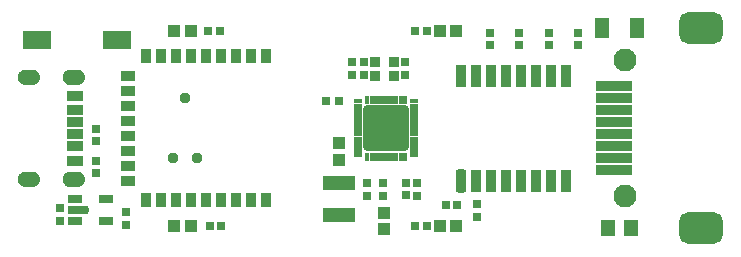
<source format=gts>
G04*
G04 #@! TF.GenerationSoftware,Altium Limited,Altium Designer,21.6.4 (81)*
G04*
G04 Layer_Color=8388736*
%FSLAX44Y44*%
%MOMM*%
G71*
G04*
G04 #@! TF.SameCoordinates,036B5A74-53F7-47AD-A214-E4BF2A679DD1*
G04*
G04*
G04 #@! TF.FilePolarity,Negative*
G04*
G01*
G75*
%ADD16R,3.1500X0.8500*%
G04:AMPARAMS|DCode=17|XSize=3.65mm|YSize=2.65mm|CornerRadius=0.7mm|HoleSize=0mm|Usage=FLASHONLY|Rotation=0.000|XOffset=0mm|YOffset=0mm|HoleType=Round|Shape=RoundedRectangle|*
%AMROUNDEDRECTD17*
21,1,3.6500,1.2500,0,0,0.0*
21,1,2.2500,2.6500,0,0,0.0*
1,1,1.4000,1.1250,-0.6250*
1,1,1.4000,-1.1250,-0.6250*
1,1,1.4000,-1.1250,0.6250*
1,1,1.4000,1.1250,0.6250*
%
%ADD17ROUNDEDRECTD17*%
%ADD18R,0.7500X0.7500*%
%ADD19R,1.1500X1.4000*%
%ADD20R,1.0000X1.0000*%
%ADD21R,0.9120X1.9661*%
G04:AMPARAMS|DCode=22|XSize=1.9661mm|YSize=0.912mm|CornerRadius=0.2655mm|HoleSize=0mm|Usage=FLASHONLY|Rotation=90.000|XOffset=0mm|YOffset=0mm|HoleType=Round|Shape=RoundedRectangle|*
%AMROUNDEDRECTD22*
21,1,1.9661,0.3810,0,0,90.0*
21,1,1.4351,0.9120,0,0,90.0*
1,1,0.5310,0.1905,0.7176*
1,1,0.5310,0.1905,-0.7176*
1,1,0.5310,-0.1905,-0.7176*
1,1,0.5310,-0.1905,0.7176*
%
%ADD22ROUNDEDRECTD22*%
%ADD23R,1.0000X1.0000*%
%ADD24R,2.4500X1.6500*%
%ADD25R,1.2500X0.7500*%
%ADD26R,1.3500X0.9500*%
%ADD27R,1.3500X0.9100*%
%ADD28R,1.3500X0.8500*%
%ADD29R,0.7500X0.7500*%
%ADD30R,1.1500X0.9500*%
%ADD31R,0.9500X1.1500*%
%ADD32R,2.7500X1.2500*%
%ADD33R,0.8500X0.8500*%
%ADD34R,0.7500X0.3500*%
%ADD35R,0.3500X0.7500*%
G04:AMPARAMS|DCode=36|XSize=3.85mm|YSize=3.85mm|CornerRadius=0.26mm|HoleSize=0mm|Usage=FLASHONLY|Rotation=180.000|XOffset=0mm|YOffset=0mm|HoleType=Round|Shape=RoundedRectangle|*
%AMROUNDEDRECTD36*
21,1,3.8500,3.3300,0,0,180.0*
21,1,3.3300,3.8500,0,0,180.0*
1,1,0.5200,-1.6650,1.6650*
1,1,0.5200,1.6650,1.6650*
1,1,0.5200,1.6650,-1.6650*
1,1,0.5200,-1.6650,-1.6650*
%
%ADD36ROUNDEDRECTD36*%
%ADD37R,1.1500X1.7500*%
%ADD38C,1.9500*%
%ADD39C,1.1500*%
%ADD40C,0.9500*%
%ADD41C,0.7500*%
G36*
X19490Y48960D02*
X19460Y48620D01*
X19420Y48280D01*
X19360Y47950D01*
X19280Y47620D01*
X19180Y47290D01*
X19070Y46970D01*
X18940Y46660D01*
X18790Y46350D01*
X18630Y46050D01*
X18450Y45760D01*
X18260Y45480D01*
X18050Y45210D01*
X17830Y44950D01*
X17600Y44700D01*
X17350Y44470D01*
X17090Y44250D01*
X16820Y44040D01*
X16540Y43850D01*
X16250Y43670D01*
X15950Y43510D01*
X15640Y43360D01*
X15330Y43230D01*
X15010Y43120D01*
X14680Y43020D01*
X14350Y42940D01*
X14020Y42880D01*
X13680Y42840D01*
X13340Y42810D01*
X13000Y42800D01*
X7000D01*
X6660Y42810D01*
X6320Y42840D01*
X5980Y42880D01*
X5650Y42940D01*
X5320Y43020D01*
X4990Y43120D01*
X4670Y43230D01*
X4360Y43360D01*
X4050Y43510D01*
X3750Y43670D01*
X3460Y43850D01*
X3180Y44040D01*
X2910Y44250D01*
X2650Y44470D01*
X2400Y44700D01*
X2170Y44950D01*
X1950Y45210D01*
X1740Y45480D01*
X1550Y45760D01*
X1370Y46050D01*
X1210Y46350D01*
X1060Y46660D01*
X930Y46970D01*
X820Y47290D01*
X720Y47620D01*
X640Y47950D01*
X580Y48280D01*
X540Y48620D01*
X510Y48960D01*
X500Y49300D01*
X510Y49640D01*
X540Y49980D01*
X580Y50320D01*
X640Y50650D01*
X720Y50980D01*
X820Y51310D01*
X930Y51630D01*
X1060Y51940D01*
X1210Y52250D01*
X1370Y52550D01*
X1550Y52840D01*
X1740Y53120D01*
X1950Y53390D01*
X2170Y53650D01*
X2400Y53900D01*
X2650Y54130D01*
X2910Y54350D01*
X3180Y54560D01*
X3460Y54750D01*
X3750Y54930D01*
X4050Y55090D01*
X4360Y55240D01*
X4670Y55370D01*
X4990Y55480D01*
X5320Y55580D01*
X5650Y55660D01*
X5980Y55720D01*
X6320Y55760D01*
X6660Y55790D01*
X7000Y55800D01*
X13000D01*
X13340Y55790D01*
X13680Y55760D01*
X14020Y55720D01*
X14350Y55660D01*
X14680Y55580D01*
X15010Y55480D01*
X15330Y55370D01*
X15640Y55240D01*
X15950Y55090D01*
X16250Y54930D01*
X16540Y54750D01*
X16820Y54560D01*
X17090Y54350D01*
X17350Y54130D01*
X17600Y53900D01*
X17830Y53650D01*
X18050Y53390D01*
X18260Y53120D01*
X18450Y52840D01*
X18630Y52550D01*
X18790Y52250D01*
X18940Y51940D01*
X19070Y51630D01*
X19180Y51310D01*
X19280Y50980D01*
X19360Y50650D01*
X19420Y50320D01*
X19460Y49980D01*
X19490Y49640D01*
X19500Y49300D01*
X19490Y48960D01*
D02*
G37*
G36*
X57490D02*
X57460Y48620D01*
X57420Y48280D01*
X57360Y47950D01*
X57280Y47620D01*
X57180Y47290D01*
X57070Y46970D01*
X56940Y46660D01*
X56790Y46350D01*
X56630Y46050D01*
X56450Y45760D01*
X56260Y45480D01*
X56050Y45210D01*
X55830Y44950D01*
X55600Y44700D01*
X55350Y44470D01*
X55090Y44250D01*
X54820Y44040D01*
X54540Y43850D01*
X54250Y43670D01*
X53950Y43510D01*
X53640Y43360D01*
X53330Y43230D01*
X53010Y43120D01*
X52680Y43020D01*
X52350Y42940D01*
X52020Y42880D01*
X51680Y42840D01*
X51340Y42810D01*
X51000Y42800D01*
X45000D01*
X44660Y42810D01*
X44320Y42840D01*
X43980Y42880D01*
X43650Y42940D01*
X43320Y43020D01*
X42990Y43120D01*
X42670Y43230D01*
X42360Y43360D01*
X42050Y43510D01*
X41750Y43670D01*
X41460Y43850D01*
X41180Y44040D01*
X40910Y44250D01*
X40650Y44470D01*
X40400Y44700D01*
X40170Y44950D01*
X39950Y45210D01*
X39740Y45480D01*
X39550Y45760D01*
X39370Y46050D01*
X39210Y46350D01*
X39060Y46660D01*
X38930Y46970D01*
X38820Y47290D01*
X38720Y47620D01*
X38640Y47950D01*
X38580Y48280D01*
X38540Y48620D01*
X38510Y48960D01*
X38500Y49300D01*
X38510Y49640D01*
X38540Y49980D01*
X38580Y50320D01*
X38640Y50650D01*
X38720Y50980D01*
X38820Y51310D01*
X38930Y51630D01*
X39060Y51940D01*
X39210Y52250D01*
X39370Y52550D01*
X39550Y52840D01*
X39740Y53120D01*
X39950Y53390D01*
X40170Y53650D01*
X40400Y53900D01*
X40650Y54130D01*
X40910Y54350D01*
X41180Y54560D01*
X41460Y54750D01*
X41750Y54930D01*
X42050Y55090D01*
X42360Y55240D01*
X42670Y55370D01*
X42990Y55480D01*
X43320Y55580D01*
X43650Y55660D01*
X43980Y55720D01*
X44320Y55760D01*
X44660Y55790D01*
X45000Y55800D01*
X51000D01*
X51340Y55790D01*
X51680Y55760D01*
X52020Y55720D01*
X52350Y55660D01*
X52680Y55580D01*
X53010Y55480D01*
X53330Y55370D01*
X53640Y55240D01*
X53950Y55090D01*
X54250Y54930D01*
X54540Y54750D01*
X54820Y54560D01*
X55090Y54350D01*
X55350Y54130D01*
X55600Y53900D01*
X55830Y53650D01*
X56050Y53390D01*
X56260Y53120D01*
X56450Y52840D01*
X56630Y52550D01*
X56790Y52250D01*
X56940Y51940D01*
X57070Y51630D01*
X57180Y51310D01*
X57280Y50980D01*
X57360Y50650D01*
X57420Y50320D01*
X57460Y49980D01*
X57490Y49640D01*
X57500Y49300D01*
X57490Y48960D01*
D02*
G37*
G36*
X19490Y135360D02*
X19460Y135020D01*
X19420Y134680D01*
X19360Y134350D01*
X19280Y134020D01*
X19180Y133690D01*
X19070Y133370D01*
X18940Y133060D01*
X18790Y132750D01*
X18630Y132450D01*
X18450Y132160D01*
X18260Y131880D01*
X18050Y131610D01*
X17830Y131350D01*
X17600Y131100D01*
X17350Y130870D01*
X17090Y130650D01*
X16820Y130440D01*
X16540Y130250D01*
X16250Y130070D01*
X15950Y129910D01*
X15640Y129760D01*
X15330Y129630D01*
X15010Y129520D01*
X14680Y129420D01*
X14350Y129340D01*
X14020Y129280D01*
X13680Y129240D01*
X13340Y129210D01*
X13000Y129200D01*
X7000D01*
X6660Y129210D01*
X6320Y129240D01*
X5980Y129280D01*
X5650Y129340D01*
X5320Y129420D01*
X4990Y129520D01*
X4670Y129630D01*
X4360Y129760D01*
X4050Y129910D01*
X3750Y130070D01*
X3460Y130250D01*
X3180Y130440D01*
X2910Y130650D01*
X2650Y130870D01*
X2400Y131100D01*
X2170Y131350D01*
X1950Y131610D01*
X1740Y131880D01*
X1550Y132160D01*
X1370Y132450D01*
X1210Y132750D01*
X1060Y133060D01*
X930Y133370D01*
X820Y133690D01*
X720Y134020D01*
X640Y134350D01*
X580Y134680D01*
X540Y135020D01*
X510Y135360D01*
X500Y135700D01*
X510Y136040D01*
X540Y136380D01*
X580Y136720D01*
X640Y137050D01*
X720Y137380D01*
X820Y137710D01*
X930Y138030D01*
X1060Y138340D01*
X1210Y138650D01*
X1370Y138950D01*
X1550Y139240D01*
X1740Y139520D01*
X1950Y139790D01*
X2170Y140050D01*
X2400Y140300D01*
X2650Y140530D01*
X2910Y140750D01*
X3180Y140960D01*
X3460Y141150D01*
X3750Y141330D01*
X4050Y141490D01*
X4360Y141640D01*
X4670Y141770D01*
X4990Y141880D01*
X5320Y141980D01*
X5650Y142060D01*
X5980Y142120D01*
X6320Y142160D01*
X6660Y142190D01*
X7000Y142200D01*
X13000D01*
X13340Y142190D01*
X13680Y142160D01*
X14020Y142120D01*
X14350Y142060D01*
X14680Y141980D01*
X15010Y141880D01*
X15330Y141770D01*
X15640Y141640D01*
X15950Y141490D01*
X16250Y141330D01*
X16540Y141150D01*
X16820Y140960D01*
X17090Y140750D01*
X17350Y140530D01*
X17600Y140300D01*
X17830Y140050D01*
X18050Y139790D01*
X18260Y139520D01*
X18450Y139240D01*
X18630Y138950D01*
X18790Y138650D01*
X18940Y138340D01*
X19070Y138030D01*
X19180Y137710D01*
X19280Y137380D01*
X19360Y137050D01*
X19420Y136720D01*
X19460Y136380D01*
X19490Y136040D01*
X19500Y135700D01*
X19490Y135360D01*
D02*
G37*
G36*
X57490D02*
X57460Y135020D01*
X57420Y134680D01*
X57360Y134350D01*
X57280Y134020D01*
X57180Y133690D01*
X57070Y133370D01*
X56940Y133060D01*
X56790Y132750D01*
X56630Y132450D01*
X56450Y132160D01*
X56260Y131880D01*
X56050Y131610D01*
X55830Y131350D01*
X55600Y131100D01*
X55350Y130870D01*
X55090Y130650D01*
X54820Y130440D01*
X54540Y130250D01*
X54250Y130070D01*
X53950Y129910D01*
X53640Y129760D01*
X53330Y129630D01*
X53010Y129520D01*
X52680Y129420D01*
X52350Y129340D01*
X52020Y129280D01*
X51680Y129240D01*
X51340Y129210D01*
X51000Y129200D01*
X45000D01*
X44660Y129210D01*
X44320Y129240D01*
X43980Y129280D01*
X43650Y129340D01*
X43320Y129420D01*
X42990Y129520D01*
X42670Y129630D01*
X42360Y129760D01*
X42050Y129910D01*
X41750Y130070D01*
X41460Y130250D01*
X41180Y130440D01*
X40910Y130650D01*
X40650Y130870D01*
X40400Y131100D01*
X40170Y131350D01*
X39950Y131610D01*
X39740Y131880D01*
X39550Y132160D01*
X39370Y132450D01*
X39210Y132750D01*
X39060Y133060D01*
X38930Y133370D01*
X38820Y133690D01*
X38720Y134020D01*
X38640Y134350D01*
X38580Y134680D01*
X38540Y135020D01*
X38510Y135360D01*
X38500Y135700D01*
X38510Y136040D01*
X38540Y136380D01*
X38580Y136720D01*
X38640Y137050D01*
X38720Y137380D01*
X38820Y137710D01*
X38930Y138030D01*
X39060Y138340D01*
X39210Y138650D01*
X39370Y138950D01*
X39550Y139240D01*
X39740Y139520D01*
X39950Y139790D01*
X40170Y140050D01*
X40400Y140300D01*
X40650Y140530D01*
X40910Y140750D01*
X41180Y140960D01*
X41460Y141150D01*
X41750Y141330D01*
X42050Y141490D01*
X42360Y141640D01*
X42670Y141770D01*
X42990Y141880D01*
X43320Y141980D01*
X43650Y142060D01*
X43980Y142120D01*
X44320Y142160D01*
X44660Y142190D01*
X45000Y142200D01*
X51000D01*
X51340Y142190D01*
X51680Y142160D01*
X52020Y142120D01*
X52350Y142060D01*
X52680Y141980D01*
X53010Y141880D01*
X53330Y141770D01*
X53640Y141640D01*
X53950Y141490D01*
X54250Y141330D01*
X54540Y141150D01*
X54820Y140960D01*
X55090Y140750D01*
X55350Y140530D01*
X55600Y140300D01*
X55830Y140050D01*
X56050Y139790D01*
X56260Y139520D01*
X56450Y139240D01*
X56630Y138950D01*
X56790Y138650D01*
X56940Y138340D01*
X57070Y138030D01*
X57180Y137710D01*
X57280Y137380D01*
X57360Y137050D01*
X57420Y136720D01*
X57460Y136380D01*
X57490Y136040D01*
X57500Y135700D01*
X57490Y135360D01*
D02*
G37*
D16*
X505000Y56800D02*
D03*
Y67000D02*
D03*
Y77200D02*
D03*
Y87400D02*
D03*
Y97600D02*
D03*
Y107800D02*
D03*
Y118000D02*
D03*
Y128200D02*
D03*
D17*
X579000Y8000D02*
D03*
Y177000D02*
D03*
D18*
X450000Y163000D02*
D03*
X475000D02*
D03*
X67000Y82000D02*
D03*
Y92000D02*
D03*
X92000Y10500D02*
D03*
Y21500D02*
D03*
X67000Y55000D02*
D03*
Y65000D02*
D03*
X329000Y46000D02*
D03*
Y36000D02*
D03*
X339000Y46500D02*
D03*
Y35500D02*
D03*
X389000Y17500D02*
D03*
Y28500D02*
D03*
X283500Y148500D02*
D03*
Y137500D02*
D03*
X293750Y148500D02*
D03*
Y137500D02*
D03*
X328500D02*
D03*
Y148500D02*
D03*
X296000Y46500D02*
D03*
Y35500D02*
D03*
X309500D02*
D03*
Y46500D02*
D03*
X475000Y173000D02*
D03*
X450000D02*
D03*
X400000D02*
D03*
Y163000D02*
D03*
X425000Y173000D02*
D03*
Y163000D02*
D03*
X36250Y24750D02*
D03*
Y13750D02*
D03*
D19*
X520000Y8000D02*
D03*
X500000D02*
D03*
D20*
X133000Y10000D02*
D03*
X147000D02*
D03*
X133000Y175000D02*
D03*
X147000D02*
D03*
X372000D02*
D03*
X358000D02*
D03*
Y10000D02*
D03*
X372000D02*
D03*
D21*
X375550Y137141D02*
D03*
X388250D02*
D03*
X400950D02*
D03*
X413650D02*
D03*
X426350D02*
D03*
X439050D02*
D03*
X451750D02*
D03*
X464450D02*
D03*
Y47860D02*
D03*
X451750D02*
D03*
X439050D02*
D03*
X426350D02*
D03*
X413650D02*
D03*
X400950D02*
D03*
X388250D02*
D03*
D22*
X375550D02*
D03*
D23*
X310806Y7000D02*
D03*
Y21000D02*
D03*
X272617Y66021D02*
D03*
Y80021D02*
D03*
D24*
X85000Y167000D02*
D03*
X17000D02*
D03*
D25*
X49000Y33000D02*
D03*
Y23500D02*
D03*
Y14000D02*
D03*
X75000D02*
D03*
Y33000D02*
D03*
D26*
X48800Y120000D02*
D03*
Y65000D02*
D03*
D27*
Y107700D02*
D03*
Y77300D02*
D03*
D28*
Y97500D02*
D03*
Y87500D02*
D03*
D29*
X337000Y175000D02*
D03*
X347000D02*
D03*
X337000Y10000D02*
D03*
X347000D02*
D03*
X172000Y175000D02*
D03*
X162000D02*
D03*
X173000Y10000D02*
D03*
X163000D02*
D03*
X272500Y115250D02*
D03*
X261500D02*
D03*
X372750Y27250D02*
D03*
X362750D02*
D03*
D30*
X94000Y48050D02*
D03*
Y86150D02*
D03*
Y136950D02*
D03*
Y60750D02*
D03*
Y73450D02*
D03*
Y124250D02*
D03*
Y98850D02*
D03*
Y111550D02*
D03*
D31*
X198100Y31500D02*
D03*
X210800D02*
D03*
X185400D02*
D03*
Y153500D02*
D03*
X210800D02*
D03*
X198100D02*
D03*
X109200Y31500D02*
D03*
Y153500D02*
D03*
X134600D02*
D03*
X121900D02*
D03*
X160000D02*
D03*
X172700D02*
D03*
X147300D02*
D03*
Y31500D02*
D03*
X172700D02*
D03*
X160000D02*
D03*
X121900D02*
D03*
X134600D02*
D03*
D32*
X272750Y46250D02*
D03*
Y19250D02*
D03*
D33*
X303200Y149000D02*
D03*
Y137000D02*
D03*
X319200D02*
D03*
Y149000D02*
D03*
D34*
X336400Y115250D02*
D03*
Y111750D02*
D03*
Y108250D02*
D03*
Y104750D02*
D03*
Y101250D02*
D03*
Y97750D02*
D03*
Y94250D02*
D03*
Y90750D02*
D03*
Y69750D02*
D03*
Y73250D02*
D03*
Y76750D02*
D03*
Y80250D02*
D03*
Y83750D02*
D03*
Y87250D02*
D03*
X288400Y115250D02*
D03*
Y111750D02*
D03*
Y108250D02*
D03*
Y104750D02*
D03*
Y101250D02*
D03*
Y97750D02*
D03*
Y94250D02*
D03*
Y90750D02*
D03*
Y69750D02*
D03*
Y73250D02*
D03*
Y76750D02*
D03*
Y80250D02*
D03*
Y83750D02*
D03*
Y87250D02*
D03*
D35*
X328150Y116500D02*
D03*
X324650D02*
D03*
X321150D02*
D03*
X317650D02*
D03*
X296650D02*
D03*
X300150D02*
D03*
X303650D02*
D03*
X307150D02*
D03*
X310650D02*
D03*
X314150D02*
D03*
X328150Y68500D02*
D03*
X324650D02*
D03*
X321150D02*
D03*
X317650D02*
D03*
X296650D02*
D03*
X300150D02*
D03*
X303650D02*
D03*
X307150D02*
D03*
X310650D02*
D03*
X314150D02*
D03*
D36*
X312400Y92500D02*
D03*
D37*
X495000Y177000D02*
D03*
X525000D02*
D03*
D38*
X515000Y35000D02*
D03*
Y150000D02*
D03*
D39*
X583000Y5750D02*
D03*
Y179250D02*
D03*
D40*
X142350Y118400D02*
D03*
X152510Y67600D02*
D03*
X132190D02*
D03*
D41*
X57861Y23500D02*
D03*
X301496Y81500D02*
D03*
X323496Y92500D02*
D03*
Y81500D02*
D03*
X312496D02*
D03*
Y92500D02*
D03*
X301496D02*
D03*
X312496Y103500D02*
D03*
X323496D02*
D03*
X301496D02*
D03*
M02*

</source>
